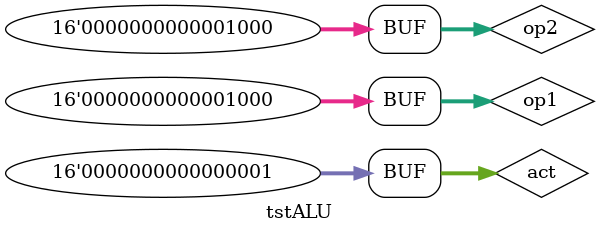
<source format=v>
module tstALU;

	reg [15 : 0] op1;
	reg [15 : 0] op2;
	reg [15 : 0] act;

    wire [16 : 0] res;

	alu #(16) uut(
		.op1 (op1),
		.op2 (op2),
        .act (act),
        .res (res)
    );

	initial 
        begin
		
        op1 = 0;
        op2 = 0;
        act = 0;
        
		#100;
        
        op1 = 8; #5;
        op2 = 8; #5;
        act = 1; #5;
        
        end
        
endmodule


</source>
